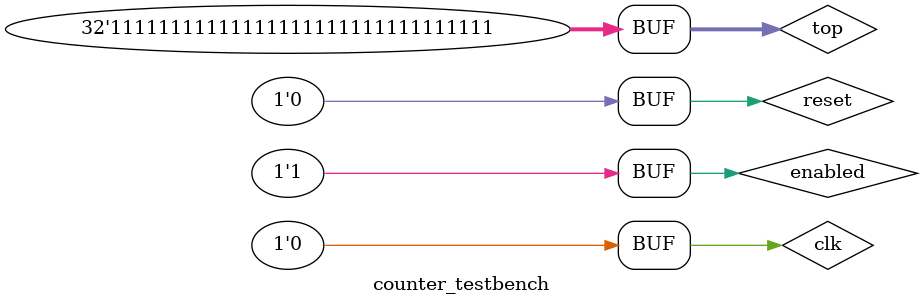
<source format=sv>
module counter_testbench();
	logic clk, reset, enabled, hitTop;
	logic [31:0] top, value;

counter dut(clk, reset, enabled, top, hitTop, value);

//generate clock
always
begin
	clk = 'b1; #5; clk = 'b0; #5;
end

initial 
begin
	enabled = 1;
	reset = 1; #1; reset = 0; //toggle reset
	top = -1;
end

endmodule

</source>
